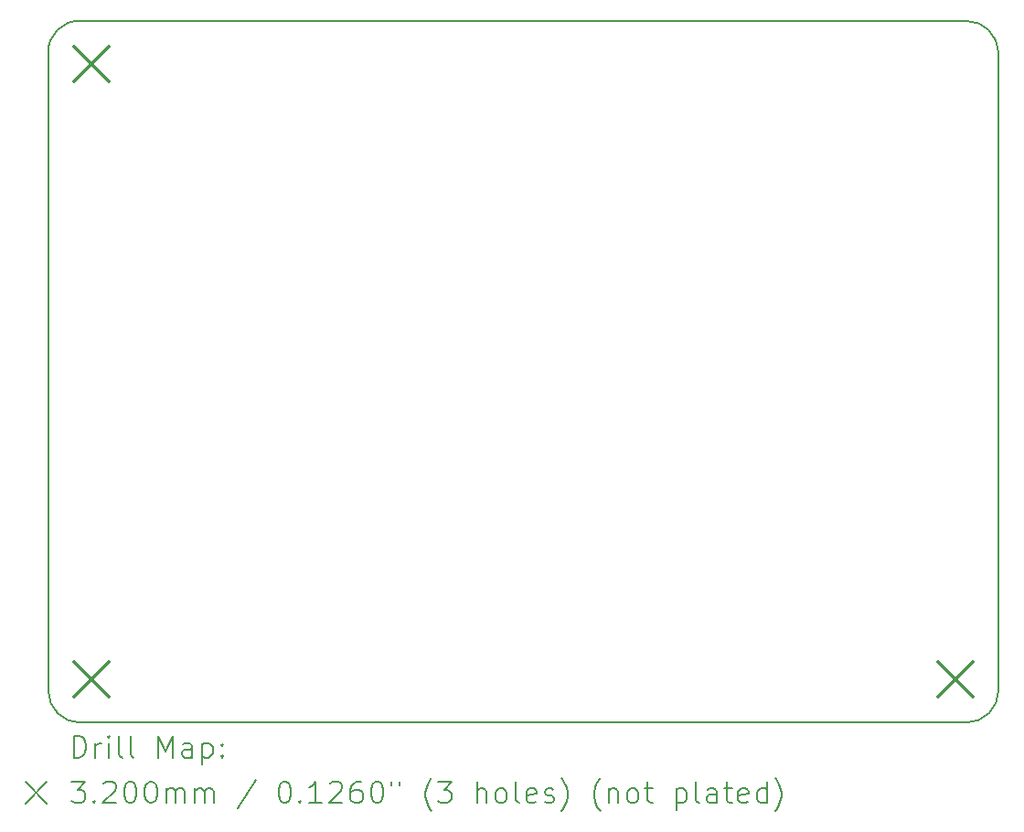
<source format=gbr>
%TF.GenerationSoftware,KiCad,Pcbnew,7.0.2*%
%TF.CreationDate,2023-05-15T17:20:53+02:00*%
%TF.ProjectId,projektkicad,70726f6a-656b-4746-9b69-6361642e6b69,rev?*%
%TF.SameCoordinates,Original*%
%TF.FileFunction,Drillmap*%
%TF.FilePolarity,Positive*%
%FSLAX45Y45*%
G04 Gerber Fmt 4.5, Leading zero omitted, Abs format (unit mm)*
G04 Created by KiCad (PCBNEW 7.0.2) date 2023-05-15 17:20:53*
%MOMM*%
%LPD*%
G01*
G04 APERTURE LIST*
%ADD10C,0.200000*%
%ADD11C,0.320000*%
G04 APERTURE END LIST*
D10*
X12000000Y-6000000D02*
X20200000Y-6000000D01*
X11700000Y-12200000D02*
G75*
G03*
X12000000Y-12500000I300000J0D01*
G01*
X20200000Y-12500000D02*
X12000000Y-12500000D01*
X12000000Y-6000000D02*
G75*
G03*
X11700000Y-6300000I-12690J-287310D01*
G01*
X20500000Y-6300000D02*
X20500000Y-12200000D01*
X20500000Y-6300000D02*
G75*
G03*
X20200000Y-6000000I-300000J0D01*
G01*
X11700000Y-12200000D02*
X11700000Y-6300000D01*
X20200000Y-12500000D02*
G75*
G03*
X20500000Y-12200000I0J300000D01*
G01*
D11*
X11940000Y-6240000D02*
X12260000Y-6560000D01*
X12260000Y-6240000D02*
X11940000Y-6560000D01*
X11940000Y-11940000D02*
X12260000Y-12260000D01*
X12260000Y-11940000D02*
X11940000Y-12260000D01*
X19940000Y-11940000D02*
X20260000Y-12260000D01*
X20260000Y-11940000D02*
X19940000Y-12260000D01*
D10*
X11937339Y-12822524D02*
X11937339Y-12622524D01*
X11937339Y-12622524D02*
X11984958Y-12622524D01*
X11984958Y-12622524D02*
X12013529Y-12632048D01*
X12013529Y-12632048D02*
X12032577Y-12651095D01*
X12032577Y-12651095D02*
X12042101Y-12670143D01*
X12042101Y-12670143D02*
X12051625Y-12708238D01*
X12051625Y-12708238D02*
X12051625Y-12736809D01*
X12051625Y-12736809D02*
X12042101Y-12774905D01*
X12042101Y-12774905D02*
X12032577Y-12793952D01*
X12032577Y-12793952D02*
X12013529Y-12813000D01*
X12013529Y-12813000D02*
X11984958Y-12822524D01*
X11984958Y-12822524D02*
X11937339Y-12822524D01*
X12137339Y-12822524D02*
X12137339Y-12689190D01*
X12137339Y-12727286D02*
X12146863Y-12708238D01*
X12146863Y-12708238D02*
X12156386Y-12698714D01*
X12156386Y-12698714D02*
X12175434Y-12689190D01*
X12175434Y-12689190D02*
X12194482Y-12689190D01*
X12261148Y-12822524D02*
X12261148Y-12689190D01*
X12261148Y-12622524D02*
X12251625Y-12632048D01*
X12251625Y-12632048D02*
X12261148Y-12641571D01*
X12261148Y-12641571D02*
X12270672Y-12632048D01*
X12270672Y-12632048D02*
X12261148Y-12622524D01*
X12261148Y-12622524D02*
X12261148Y-12641571D01*
X12384958Y-12822524D02*
X12365910Y-12813000D01*
X12365910Y-12813000D02*
X12356386Y-12793952D01*
X12356386Y-12793952D02*
X12356386Y-12622524D01*
X12489720Y-12822524D02*
X12470672Y-12813000D01*
X12470672Y-12813000D02*
X12461148Y-12793952D01*
X12461148Y-12793952D02*
X12461148Y-12622524D01*
X12718291Y-12822524D02*
X12718291Y-12622524D01*
X12718291Y-12622524D02*
X12784958Y-12765381D01*
X12784958Y-12765381D02*
X12851625Y-12622524D01*
X12851625Y-12622524D02*
X12851625Y-12822524D01*
X13032577Y-12822524D02*
X13032577Y-12717762D01*
X13032577Y-12717762D02*
X13023053Y-12698714D01*
X13023053Y-12698714D02*
X13004006Y-12689190D01*
X13004006Y-12689190D02*
X12965910Y-12689190D01*
X12965910Y-12689190D02*
X12946863Y-12698714D01*
X13032577Y-12813000D02*
X13013529Y-12822524D01*
X13013529Y-12822524D02*
X12965910Y-12822524D01*
X12965910Y-12822524D02*
X12946863Y-12813000D01*
X12946863Y-12813000D02*
X12937339Y-12793952D01*
X12937339Y-12793952D02*
X12937339Y-12774905D01*
X12937339Y-12774905D02*
X12946863Y-12755857D01*
X12946863Y-12755857D02*
X12965910Y-12746333D01*
X12965910Y-12746333D02*
X13013529Y-12746333D01*
X13013529Y-12746333D02*
X13032577Y-12736809D01*
X13127815Y-12689190D02*
X13127815Y-12889190D01*
X13127815Y-12698714D02*
X13146863Y-12689190D01*
X13146863Y-12689190D02*
X13184958Y-12689190D01*
X13184958Y-12689190D02*
X13204006Y-12698714D01*
X13204006Y-12698714D02*
X13213529Y-12708238D01*
X13213529Y-12708238D02*
X13223053Y-12727286D01*
X13223053Y-12727286D02*
X13223053Y-12784428D01*
X13223053Y-12784428D02*
X13213529Y-12803476D01*
X13213529Y-12803476D02*
X13204006Y-12813000D01*
X13204006Y-12813000D02*
X13184958Y-12822524D01*
X13184958Y-12822524D02*
X13146863Y-12822524D01*
X13146863Y-12822524D02*
X13127815Y-12813000D01*
X13308767Y-12803476D02*
X13318291Y-12813000D01*
X13318291Y-12813000D02*
X13308767Y-12822524D01*
X13308767Y-12822524D02*
X13299244Y-12813000D01*
X13299244Y-12813000D02*
X13308767Y-12803476D01*
X13308767Y-12803476D02*
X13308767Y-12822524D01*
X13308767Y-12698714D02*
X13318291Y-12708238D01*
X13318291Y-12708238D02*
X13308767Y-12717762D01*
X13308767Y-12717762D02*
X13299244Y-12708238D01*
X13299244Y-12708238D02*
X13308767Y-12698714D01*
X13308767Y-12698714D02*
X13308767Y-12717762D01*
X11489720Y-13050000D02*
X11689720Y-13250000D01*
X11689720Y-13050000D02*
X11489720Y-13250000D01*
X11918291Y-13042524D02*
X12042101Y-13042524D01*
X12042101Y-13042524D02*
X11975434Y-13118714D01*
X11975434Y-13118714D02*
X12004006Y-13118714D01*
X12004006Y-13118714D02*
X12023053Y-13128238D01*
X12023053Y-13128238D02*
X12032577Y-13137762D01*
X12032577Y-13137762D02*
X12042101Y-13156809D01*
X12042101Y-13156809D02*
X12042101Y-13204428D01*
X12042101Y-13204428D02*
X12032577Y-13223476D01*
X12032577Y-13223476D02*
X12023053Y-13233000D01*
X12023053Y-13233000D02*
X12004006Y-13242524D01*
X12004006Y-13242524D02*
X11946863Y-13242524D01*
X11946863Y-13242524D02*
X11927815Y-13233000D01*
X11927815Y-13233000D02*
X11918291Y-13223476D01*
X12127815Y-13223476D02*
X12137339Y-13233000D01*
X12137339Y-13233000D02*
X12127815Y-13242524D01*
X12127815Y-13242524D02*
X12118291Y-13233000D01*
X12118291Y-13233000D02*
X12127815Y-13223476D01*
X12127815Y-13223476D02*
X12127815Y-13242524D01*
X12213529Y-13061571D02*
X12223053Y-13052048D01*
X12223053Y-13052048D02*
X12242101Y-13042524D01*
X12242101Y-13042524D02*
X12289720Y-13042524D01*
X12289720Y-13042524D02*
X12308767Y-13052048D01*
X12308767Y-13052048D02*
X12318291Y-13061571D01*
X12318291Y-13061571D02*
X12327815Y-13080619D01*
X12327815Y-13080619D02*
X12327815Y-13099667D01*
X12327815Y-13099667D02*
X12318291Y-13128238D01*
X12318291Y-13128238D02*
X12204006Y-13242524D01*
X12204006Y-13242524D02*
X12327815Y-13242524D01*
X12451625Y-13042524D02*
X12470672Y-13042524D01*
X12470672Y-13042524D02*
X12489720Y-13052048D01*
X12489720Y-13052048D02*
X12499244Y-13061571D01*
X12499244Y-13061571D02*
X12508767Y-13080619D01*
X12508767Y-13080619D02*
X12518291Y-13118714D01*
X12518291Y-13118714D02*
X12518291Y-13166333D01*
X12518291Y-13166333D02*
X12508767Y-13204428D01*
X12508767Y-13204428D02*
X12499244Y-13223476D01*
X12499244Y-13223476D02*
X12489720Y-13233000D01*
X12489720Y-13233000D02*
X12470672Y-13242524D01*
X12470672Y-13242524D02*
X12451625Y-13242524D01*
X12451625Y-13242524D02*
X12432577Y-13233000D01*
X12432577Y-13233000D02*
X12423053Y-13223476D01*
X12423053Y-13223476D02*
X12413529Y-13204428D01*
X12413529Y-13204428D02*
X12404006Y-13166333D01*
X12404006Y-13166333D02*
X12404006Y-13118714D01*
X12404006Y-13118714D02*
X12413529Y-13080619D01*
X12413529Y-13080619D02*
X12423053Y-13061571D01*
X12423053Y-13061571D02*
X12432577Y-13052048D01*
X12432577Y-13052048D02*
X12451625Y-13042524D01*
X12642101Y-13042524D02*
X12661148Y-13042524D01*
X12661148Y-13042524D02*
X12680196Y-13052048D01*
X12680196Y-13052048D02*
X12689720Y-13061571D01*
X12689720Y-13061571D02*
X12699244Y-13080619D01*
X12699244Y-13080619D02*
X12708767Y-13118714D01*
X12708767Y-13118714D02*
X12708767Y-13166333D01*
X12708767Y-13166333D02*
X12699244Y-13204428D01*
X12699244Y-13204428D02*
X12689720Y-13223476D01*
X12689720Y-13223476D02*
X12680196Y-13233000D01*
X12680196Y-13233000D02*
X12661148Y-13242524D01*
X12661148Y-13242524D02*
X12642101Y-13242524D01*
X12642101Y-13242524D02*
X12623053Y-13233000D01*
X12623053Y-13233000D02*
X12613529Y-13223476D01*
X12613529Y-13223476D02*
X12604006Y-13204428D01*
X12604006Y-13204428D02*
X12594482Y-13166333D01*
X12594482Y-13166333D02*
X12594482Y-13118714D01*
X12594482Y-13118714D02*
X12604006Y-13080619D01*
X12604006Y-13080619D02*
X12613529Y-13061571D01*
X12613529Y-13061571D02*
X12623053Y-13052048D01*
X12623053Y-13052048D02*
X12642101Y-13042524D01*
X12794482Y-13242524D02*
X12794482Y-13109190D01*
X12794482Y-13128238D02*
X12804006Y-13118714D01*
X12804006Y-13118714D02*
X12823053Y-13109190D01*
X12823053Y-13109190D02*
X12851625Y-13109190D01*
X12851625Y-13109190D02*
X12870672Y-13118714D01*
X12870672Y-13118714D02*
X12880196Y-13137762D01*
X12880196Y-13137762D02*
X12880196Y-13242524D01*
X12880196Y-13137762D02*
X12889720Y-13118714D01*
X12889720Y-13118714D02*
X12908767Y-13109190D01*
X12908767Y-13109190D02*
X12937339Y-13109190D01*
X12937339Y-13109190D02*
X12956387Y-13118714D01*
X12956387Y-13118714D02*
X12965910Y-13137762D01*
X12965910Y-13137762D02*
X12965910Y-13242524D01*
X13061148Y-13242524D02*
X13061148Y-13109190D01*
X13061148Y-13128238D02*
X13070672Y-13118714D01*
X13070672Y-13118714D02*
X13089720Y-13109190D01*
X13089720Y-13109190D02*
X13118291Y-13109190D01*
X13118291Y-13109190D02*
X13137339Y-13118714D01*
X13137339Y-13118714D02*
X13146863Y-13137762D01*
X13146863Y-13137762D02*
X13146863Y-13242524D01*
X13146863Y-13137762D02*
X13156387Y-13118714D01*
X13156387Y-13118714D02*
X13175434Y-13109190D01*
X13175434Y-13109190D02*
X13204006Y-13109190D01*
X13204006Y-13109190D02*
X13223053Y-13118714D01*
X13223053Y-13118714D02*
X13232577Y-13137762D01*
X13232577Y-13137762D02*
X13232577Y-13242524D01*
X13623053Y-13033000D02*
X13451625Y-13290143D01*
X13880196Y-13042524D02*
X13899244Y-13042524D01*
X13899244Y-13042524D02*
X13918291Y-13052048D01*
X13918291Y-13052048D02*
X13927815Y-13061571D01*
X13927815Y-13061571D02*
X13937339Y-13080619D01*
X13937339Y-13080619D02*
X13946863Y-13118714D01*
X13946863Y-13118714D02*
X13946863Y-13166333D01*
X13946863Y-13166333D02*
X13937339Y-13204428D01*
X13937339Y-13204428D02*
X13927815Y-13223476D01*
X13927815Y-13223476D02*
X13918291Y-13233000D01*
X13918291Y-13233000D02*
X13899244Y-13242524D01*
X13899244Y-13242524D02*
X13880196Y-13242524D01*
X13880196Y-13242524D02*
X13861149Y-13233000D01*
X13861149Y-13233000D02*
X13851625Y-13223476D01*
X13851625Y-13223476D02*
X13842101Y-13204428D01*
X13842101Y-13204428D02*
X13832577Y-13166333D01*
X13832577Y-13166333D02*
X13832577Y-13118714D01*
X13832577Y-13118714D02*
X13842101Y-13080619D01*
X13842101Y-13080619D02*
X13851625Y-13061571D01*
X13851625Y-13061571D02*
X13861149Y-13052048D01*
X13861149Y-13052048D02*
X13880196Y-13042524D01*
X14032577Y-13223476D02*
X14042101Y-13233000D01*
X14042101Y-13233000D02*
X14032577Y-13242524D01*
X14032577Y-13242524D02*
X14023053Y-13233000D01*
X14023053Y-13233000D02*
X14032577Y-13223476D01*
X14032577Y-13223476D02*
X14032577Y-13242524D01*
X14232577Y-13242524D02*
X14118291Y-13242524D01*
X14175434Y-13242524D02*
X14175434Y-13042524D01*
X14175434Y-13042524D02*
X14156387Y-13071095D01*
X14156387Y-13071095D02*
X14137339Y-13090143D01*
X14137339Y-13090143D02*
X14118291Y-13099667D01*
X14308768Y-13061571D02*
X14318291Y-13052048D01*
X14318291Y-13052048D02*
X14337339Y-13042524D01*
X14337339Y-13042524D02*
X14384958Y-13042524D01*
X14384958Y-13042524D02*
X14404006Y-13052048D01*
X14404006Y-13052048D02*
X14413530Y-13061571D01*
X14413530Y-13061571D02*
X14423053Y-13080619D01*
X14423053Y-13080619D02*
X14423053Y-13099667D01*
X14423053Y-13099667D02*
X14413530Y-13128238D01*
X14413530Y-13128238D02*
X14299244Y-13242524D01*
X14299244Y-13242524D02*
X14423053Y-13242524D01*
X14594482Y-13042524D02*
X14556387Y-13042524D01*
X14556387Y-13042524D02*
X14537339Y-13052048D01*
X14537339Y-13052048D02*
X14527815Y-13061571D01*
X14527815Y-13061571D02*
X14508768Y-13090143D01*
X14508768Y-13090143D02*
X14499244Y-13128238D01*
X14499244Y-13128238D02*
X14499244Y-13204428D01*
X14499244Y-13204428D02*
X14508768Y-13223476D01*
X14508768Y-13223476D02*
X14518291Y-13233000D01*
X14518291Y-13233000D02*
X14537339Y-13242524D01*
X14537339Y-13242524D02*
X14575434Y-13242524D01*
X14575434Y-13242524D02*
X14594482Y-13233000D01*
X14594482Y-13233000D02*
X14604006Y-13223476D01*
X14604006Y-13223476D02*
X14613530Y-13204428D01*
X14613530Y-13204428D02*
X14613530Y-13156809D01*
X14613530Y-13156809D02*
X14604006Y-13137762D01*
X14604006Y-13137762D02*
X14594482Y-13128238D01*
X14594482Y-13128238D02*
X14575434Y-13118714D01*
X14575434Y-13118714D02*
X14537339Y-13118714D01*
X14537339Y-13118714D02*
X14518291Y-13128238D01*
X14518291Y-13128238D02*
X14508768Y-13137762D01*
X14508768Y-13137762D02*
X14499244Y-13156809D01*
X14737339Y-13042524D02*
X14756387Y-13042524D01*
X14756387Y-13042524D02*
X14775434Y-13052048D01*
X14775434Y-13052048D02*
X14784958Y-13061571D01*
X14784958Y-13061571D02*
X14794482Y-13080619D01*
X14794482Y-13080619D02*
X14804006Y-13118714D01*
X14804006Y-13118714D02*
X14804006Y-13166333D01*
X14804006Y-13166333D02*
X14794482Y-13204428D01*
X14794482Y-13204428D02*
X14784958Y-13223476D01*
X14784958Y-13223476D02*
X14775434Y-13233000D01*
X14775434Y-13233000D02*
X14756387Y-13242524D01*
X14756387Y-13242524D02*
X14737339Y-13242524D01*
X14737339Y-13242524D02*
X14718291Y-13233000D01*
X14718291Y-13233000D02*
X14708768Y-13223476D01*
X14708768Y-13223476D02*
X14699244Y-13204428D01*
X14699244Y-13204428D02*
X14689720Y-13166333D01*
X14689720Y-13166333D02*
X14689720Y-13118714D01*
X14689720Y-13118714D02*
X14699244Y-13080619D01*
X14699244Y-13080619D02*
X14708768Y-13061571D01*
X14708768Y-13061571D02*
X14718291Y-13052048D01*
X14718291Y-13052048D02*
X14737339Y-13042524D01*
X14880196Y-13042524D02*
X14880196Y-13080619D01*
X14956387Y-13042524D02*
X14956387Y-13080619D01*
X15251625Y-13318714D02*
X15242101Y-13309190D01*
X15242101Y-13309190D02*
X15223053Y-13280619D01*
X15223053Y-13280619D02*
X15213530Y-13261571D01*
X15213530Y-13261571D02*
X15204006Y-13233000D01*
X15204006Y-13233000D02*
X15194482Y-13185381D01*
X15194482Y-13185381D02*
X15194482Y-13147286D01*
X15194482Y-13147286D02*
X15204006Y-13099667D01*
X15204006Y-13099667D02*
X15213530Y-13071095D01*
X15213530Y-13071095D02*
X15223053Y-13052048D01*
X15223053Y-13052048D02*
X15242101Y-13023476D01*
X15242101Y-13023476D02*
X15251625Y-13013952D01*
X15308768Y-13042524D02*
X15432577Y-13042524D01*
X15432577Y-13042524D02*
X15365911Y-13118714D01*
X15365911Y-13118714D02*
X15394482Y-13118714D01*
X15394482Y-13118714D02*
X15413530Y-13128238D01*
X15413530Y-13128238D02*
X15423053Y-13137762D01*
X15423053Y-13137762D02*
X15432577Y-13156809D01*
X15432577Y-13156809D02*
X15432577Y-13204428D01*
X15432577Y-13204428D02*
X15423053Y-13223476D01*
X15423053Y-13223476D02*
X15413530Y-13233000D01*
X15413530Y-13233000D02*
X15394482Y-13242524D01*
X15394482Y-13242524D02*
X15337339Y-13242524D01*
X15337339Y-13242524D02*
X15318292Y-13233000D01*
X15318292Y-13233000D02*
X15308768Y-13223476D01*
X15670673Y-13242524D02*
X15670673Y-13042524D01*
X15756387Y-13242524D02*
X15756387Y-13137762D01*
X15756387Y-13137762D02*
X15746863Y-13118714D01*
X15746863Y-13118714D02*
X15727815Y-13109190D01*
X15727815Y-13109190D02*
X15699244Y-13109190D01*
X15699244Y-13109190D02*
X15680196Y-13118714D01*
X15680196Y-13118714D02*
X15670673Y-13128238D01*
X15880196Y-13242524D02*
X15861149Y-13233000D01*
X15861149Y-13233000D02*
X15851625Y-13223476D01*
X15851625Y-13223476D02*
X15842101Y-13204428D01*
X15842101Y-13204428D02*
X15842101Y-13147286D01*
X15842101Y-13147286D02*
X15851625Y-13128238D01*
X15851625Y-13128238D02*
X15861149Y-13118714D01*
X15861149Y-13118714D02*
X15880196Y-13109190D01*
X15880196Y-13109190D02*
X15908768Y-13109190D01*
X15908768Y-13109190D02*
X15927815Y-13118714D01*
X15927815Y-13118714D02*
X15937339Y-13128238D01*
X15937339Y-13128238D02*
X15946863Y-13147286D01*
X15946863Y-13147286D02*
X15946863Y-13204428D01*
X15946863Y-13204428D02*
X15937339Y-13223476D01*
X15937339Y-13223476D02*
X15927815Y-13233000D01*
X15927815Y-13233000D02*
X15908768Y-13242524D01*
X15908768Y-13242524D02*
X15880196Y-13242524D01*
X16061149Y-13242524D02*
X16042101Y-13233000D01*
X16042101Y-13233000D02*
X16032577Y-13213952D01*
X16032577Y-13213952D02*
X16032577Y-13042524D01*
X16213530Y-13233000D02*
X16194482Y-13242524D01*
X16194482Y-13242524D02*
X16156387Y-13242524D01*
X16156387Y-13242524D02*
X16137339Y-13233000D01*
X16137339Y-13233000D02*
X16127815Y-13213952D01*
X16127815Y-13213952D02*
X16127815Y-13137762D01*
X16127815Y-13137762D02*
X16137339Y-13118714D01*
X16137339Y-13118714D02*
X16156387Y-13109190D01*
X16156387Y-13109190D02*
X16194482Y-13109190D01*
X16194482Y-13109190D02*
X16213530Y-13118714D01*
X16213530Y-13118714D02*
X16223054Y-13137762D01*
X16223054Y-13137762D02*
X16223054Y-13156809D01*
X16223054Y-13156809D02*
X16127815Y-13175857D01*
X16299244Y-13233000D02*
X16318292Y-13242524D01*
X16318292Y-13242524D02*
X16356387Y-13242524D01*
X16356387Y-13242524D02*
X16375435Y-13233000D01*
X16375435Y-13233000D02*
X16384958Y-13213952D01*
X16384958Y-13213952D02*
X16384958Y-13204428D01*
X16384958Y-13204428D02*
X16375435Y-13185381D01*
X16375435Y-13185381D02*
X16356387Y-13175857D01*
X16356387Y-13175857D02*
X16327815Y-13175857D01*
X16327815Y-13175857D02*
X16308768Y-13166333D01*
X16308768Y-13166333D02*
X16299244Y-13147286D01*
X16299244Y-13147286D02*
X16299244Y-13137762D01*
X16299244Y-13137762D02*
X16308768Y-13118714D01*
X16308768Y-13118714D02*
X16327815Y-13109190D01*
X16327815Y-13109190D02*
X16356387Y-13109190D01*
X16356387Y-13109190D02*
X16375435Y-13118714D01*
X16451625Y-13318714D02*
X16461149Y-13309190D01*
X16461149Y-13309190D02*
X16480196Y-13280619D01*
X16480196Y-13280619D02*
X16489720Y-13261571D01*
X16489720Y-13261571D02*
X16499244Y-13233000D01*
X16499244Y-13233000D02*
X16508768Y-13185381D01*
X16508768Y-13185381D02*
X16508768Y-13147286D01*
X16508768Y-13147286D02*
X16499244Y-13099667D01*
X16499244Y-13099667D02*
X16489720Y-13071095D01*
X16489720Y-13071095D02*
X16480196Y-13052048D01*
X16480196Y-13052048D02*
X16461149Y-13023476D01*
X16461149Y-13023476D02*
X16451625Y-13013952D01*
X16813530Y-13318714D02*
X16804006Y-13309190D01*
X16804006Y-13309190D02*
X16784958Y-13280619D01*
X16784958Y-13280619D02*
X16775435Y-13261571D01*
X16775435Y-13261571D02*
X16765911Y-13233000D01*
X16765911Y-13233000D02*
X16756387Y-13185381D01*
X16756387Y-13185381D02*
X16756387Y-13147286D01*
X16756387Y-13147286D02*
X16765911Y-13099667D01*
X16765911Y-13099667D02*
X16775435Y-13071095D01*
X16775435Y-13071095D02*
X16784958Y-13052048D01*
X16784958Y-13052048D02*
X16804006Y-13023476D01*
X16804006Y-13023476D02*
X16813530Y-13013952D01*
X16889720Y-13109190D02*
X16889720Y-13242524D01*
X16889720Y-13128238D02*
X16899244Y-13118714D01*
X16899244Y-13118714D02*
X16918292Y-13109190D01*
X16918292Y-13109190D02*
X16946863Y-13109190D01*
X16946863Y-13109190D02*
X16965911Y-13118714D01*
X16965911Y-13118714D02*
X16975435Y-13137762D01*
X16975435Y-13137762D02*
X16975435Y-13242524D01*
X17099244Y-13242524D02*
X17080197Y-13233000D01*
X17080197Y-13233000D02*
X17070673Y-13223476D01*
X17070673Y-13223476D02*
X17061149Y-13204428D01*
X17061149Y-13204428D02*
X17061149Y-13147286D01*
X17061149Y-13147286D02*
X17070673Y-13128238D01*
X17070673Y-13128238D02*
X17080197Y-13118714D01*
X17080197Y-13118714D02*
X17099244Y-13109190D01*
X17099244Y-13109190D02*
X17127816Y-13109190D01*
X17127816Y-13109190D02*
X17146863Y-13118714D01*
X17146863Y-13118714D02*
X17156387Y-13128238D01*
X17156387Y-13128238D02*
X17165911Y-13147286D01*
X17165911Y-13147286D02*
X17165911Y-13204428D01*
X17165911Y-13204428D02*
X17156387Y-13223476D01*
X17156387Y-13223476D02*
X17146863Y-13233000D01*
X17146863Y-13233000D02*
X17127816Y-13242524D01*
X17127816Y-13242524D02*
X17099244Y-13242524D01*
X17223054Y-13109190D02*
X17299244Y-13109190D01*
X17251625Y-13042524D02*
X17251625Y-13213952D01*
X17251625Y-13213952D02*
X17261149Y-13233000D01*
X17261149Y-13233000D02*
X17280197Y-13242524D01*
X17280197Y-13242524D02*
X17299244Y-13242524D01*
X17518292Y-13109190D02*
X17518292Y-13309190D01*
X17518292Y-13118714D02*
X17537339Y-13109190D01*
X17537339Y-13109190D02*
X17575435Y-13109190D01*
X17575435Y-13109190D02*
X17594482Y-13118714D01*
X17594482Y-13118714D02*
X17604006Y-13128238D01*
X17604006Y-13128238D02*
X17613530Y-13147286D01*
X17613530Y-13147286D02*
X17613530Y-13204428D01*
X17613530Y-13204428D02*
X17604006Y-13223476D01*
X17604006Y-13223476D02*
X17594482Y-13233000D01*
X17594482Y-13233000D02*
X17575435Y-13242524D01*
X17575435Y-13242524D02*
X17537339Y-13242524D01*
X17537339Y-13242524D02*
X17518292Y-13233000D01*
X17727816Y-13242524D02*
X17708768Y-13233000D01*
X17708768Y-13233000D02*
X17699244Y-13213952D01*
X17699244Y-13213952D02*
X17699244Y-13042524D01*
X17889720Y-13242524D02*
X17889720Y-13137762D01*
X17889720Y-13137762D02*
X17880197Y-13118714D01*
X17880197Y-13118714D02*
X17861149Y-13109190D01*
X17861149Y-13109190D02*
X17823054Y-13109190D01*
X17823054Y-13109190D02*
X17804006Y-13118714D01*
X17889720Y-13233000D02*
X17870673Y-13242524D01*
X17870673Y-13242524D02*
X17823054Y-13242524D01*
X17823054Y-13242524D02*
X17804006Y-13233000D01*
X17804006Y-13233000D02*
X17794482Y-13213952D01*
X17794482Y-13213952D02*
X17794482Y-13194905D01*
X17794482Y-13194905D02*
X17804006Y-13175857D01*
X17804006Y-13175857D02*
X17823054Y-13166333D01*
X17823054Y-13166333D02*
X17870673Y-13166333D01*
X17870673Y-13166333D02*
X17889720Y-13156809D01*
X17956387Y-13109190D02*
X18032578Y-13109190D01*
X17984959Y-13042524D02*
X17984959Y-13213952D01*
X17984959Y-13213952D02*
X17994482Y-13233000D01*
X17994482Y-13233000D02*
X18013530Y-13242524D01*
X18013530Y-13242524D02*
X18032578Y-13242524D01*
X18175435Y-13233000D02*
X18156387Y-13242524D01*
X18156387Y-13242524D02*
X18118292Y-13242524D01*
X18118292Y-13242524D02*
X18099244Y-13233000D01*
X18099244Y-13233000D02*
X18089720Y-13213952D01*
X18089720Y-13213952D02*
X18089720Y-13137762D01*
X18089720Y-13137762D02*
X18099244Y-13118714D01*
X18099244Y-13118714D02*
X18118292Y-13109190D01*
X18118292Y-13109190D02*
X18156387Y-13109190D01*
X18156387Y-13109190D02*
X18175435Y-13118714D01*
X18175435Y-13118714D02*
X18184959Y-13137762D01*
X18184959Y-13137762D02*
X18184959Y-13156809D01*
X18184959Y-13156809D02*
X18089720Y-13175857D01*
X18356387Y-13242524D02*
X18356387Y-13042524D01*
X18356387Y-13233000D02*
X18337340Y-13242524D01*
X18337340Y-13242524D02*
X18299244Y-13242524D01*
X18299244Y-13242524D02*
X18280197Y-13233000D01*
X18280197Y-13233000D02*
X18270673Y-13223476D01*
X18270673Y-13223476D02*
X18261149Y-13204428D01*
X18261149Y-13204428D02*
X18261149Y-13147286D01*
X18261149Y-13147286D02*
X18270673Y-13128238D01*
X18270673Y-13128238D02*
X18280197Y-13118714D01*
X18280197Y-13118714D02*
X18299244Y-13109190D01*
X18299244Y-13109190D02*
X18337340Y-13109190D01*
X18337340Y-13109190D02*
X18356387Y-13118714D01*
X18432578Y-13318714D02*
X18442101Y-13309190D01*
X18442101Y-13309190D02*
X18461149Y-13280619D01*
X18461149Y-13280619D02*
X18470673Y-13261571D01*
X18470673Y-13261571D02*
X18480197Y-13233000D01*
X18480197Y-13233000D02*
X18489720Y-13185381D01*
X18489720Y-13185381D02*
X18489720Y-13147286D01*
X18489720Y-13147286D02*
X18480197Y-13099667D01*
X18480197Y-13099667D02*
X18470673Y-13071095D01*
X18470673Y-13071095D02*
X18461149Y-13052048D01*
X18461149Y-13052048D02*
X18442101Y-13023476D01*
X18442101Y-13023476D02*
X18432578Y-13013952D01*
M02*

</source>
